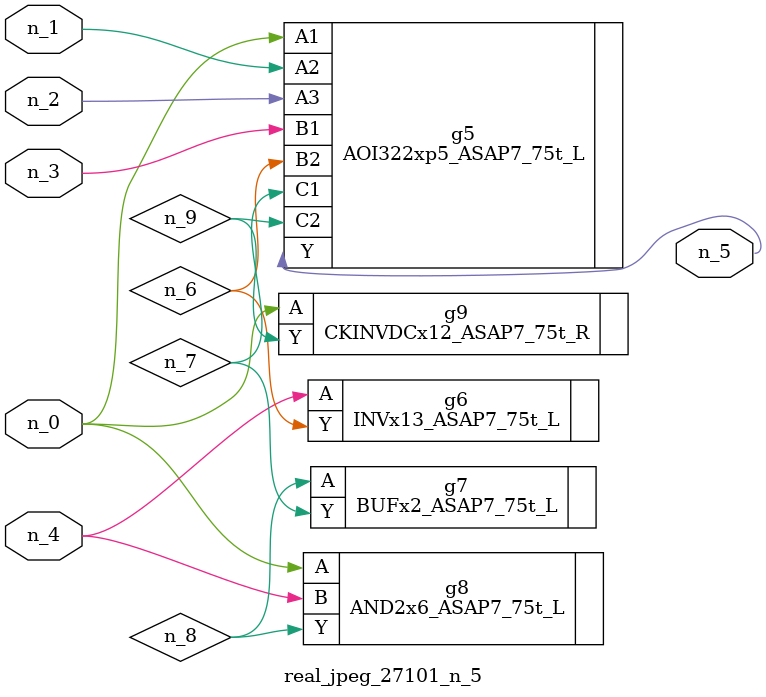
<source format=v>
module real_jpeg_27101_n_5 (n_4, n_0, n_1, n_2, n_3, n_5);

input n_4;
input n_0;
input n_1;
input n_2;
input n_3;

output n_5;

wire n_8;
wire n_6;
wire n_7;
wire n_9;

AOI322xp5_ASAP7_75t_L g5 ( 
.A1(n_0),
.A2(n_1),
.A3(n_2),
.B1(n_3),
.B2(n_6),
.C1(n_7),
.C2(n_9),
.Y(n_5)
);

AND2x6_ASAP7_75t_L g8 ( 
.A(n_0),
.B(n_4),
.Y(n_8)
);

CKINVDCx12_ASAP7_75t_R g9 ( 
.A(n_0),
.Y(n_9)
);

INVx13_ASAP7_75t_L g6 ( 
.A(n_4),
.Y(n_6)
);

BUFx2_ASAP7_75t_L g7 ( 
.A(n_8),
.Y(n_7)
);


endmodule
</source>
